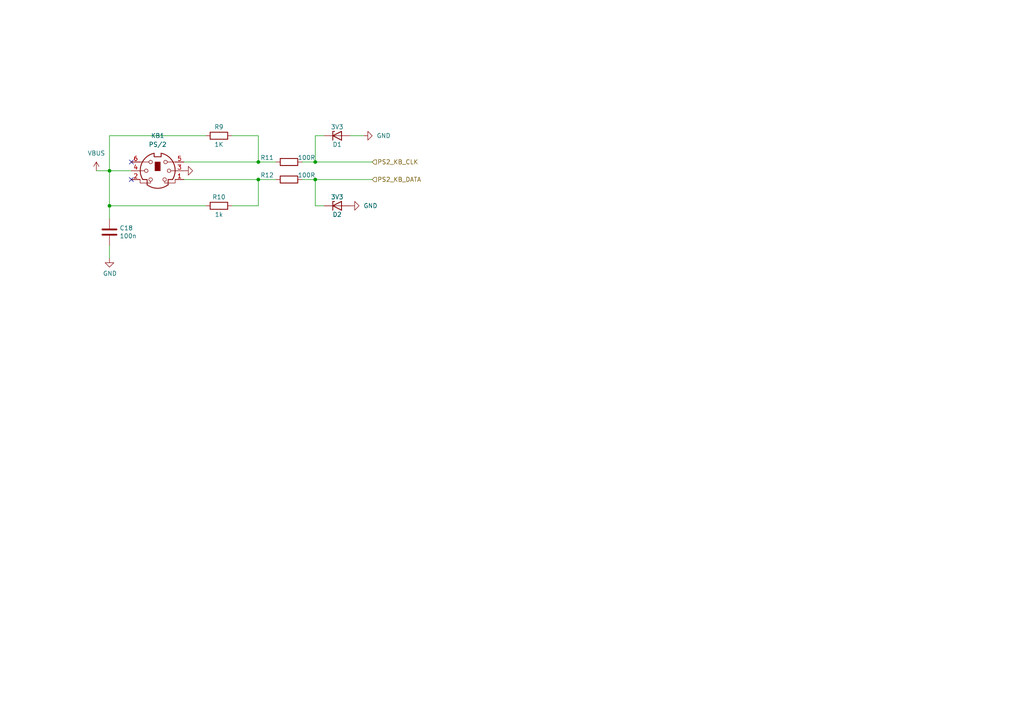
<source format=kicad_sch>
(kicad_sch (version 20231120) (generator "eeschema") (generator_version "8.0")
  (paper "A4")
  (title_block (title "VersaTerm") (date "2025-02-03") (rev "2.01") (company "Mikhail Matveev") (comment 1 "https://github.com/xtremespb/frank"))
  (lib_symbols
    (symbol "Connector:Mini-DIN-6" (pin_names (offset 1.016))
      (property "Reference" "J" (at 0 6.35 0))
      (property "Value" "Mini-DIN-6" (at 0 -6.35 0))
      (symbol "Mini-DIN-6_0_1"
        (circle (center -3.302 0) (radius 0.508))
        (arc (start -3.048 -4.064) (mid 0 -5.08) (end 3.048 -4.064) (stroke (width 0.254)))
        (circle (center -2.032 -2.54) (radius 0.508))
        (circle (center -2.032 2.54) (radius 0.508))
        (arc (start -1.016 5.08) (mid -4.6228 2.1214) (end -4.318 -2.54) (stroke (width 0.254)))
        (rectangle (start -0.762 2.54) (end 0.762 0) (fill (type outline)))
        (polyline (pts (xy -3.81 0) (xy -5.08 0)))
        (polyline (pts (xy -2.54 2.54) (xy -5.08 2.54)))
        (polyline (pts (xy 2.794 2.54) (xy 5.08 2.54)))
        (polyline (pts (xy 5.08 0) (xy 3.81 0)))
        (polyline (pts (xy -4.318 -2.54) (xy -3.048 -2.54) (xy -3.048 -4.064)) (stroke (width 0.254)))
        (polyline (pts (xy 4.318 -2.54) (xy 3.048 -2.54) (xy 3.048 -4.064)) (stroke (width 0.254)))
        (polyline (pts (xy -2.032 -3.048) (xy -2.032 -3.556) (xy -5.08 -3.556) (xy -5.08 -2.54)))
        (polyline (pts (xy -1.016 5.08) (xy -1.016 4.064) (xy 1.016 4.064) (xy 1.016 5.08)) (stroke (width 0.254)))
        (polyline (pts (xy 2.032 -3.048) (xy 2.032 -3.556) (xy 5.08 -3.556) (xy 5.08 -2.54)))
        (circle (center 2.032 -2.54) (radius 0.508))
        (circle (center 2.286 2.54) (radius 0.508))
        (circle (center 3.302 0) (radius 0.508))
        (arc (start 4.318 -2.54) (mid 4.6661 2.1322) (end 1.016 5.08) (stroke (width 0.254)))
      )
      (symbol "Mini-DIN-6_1_1"
        (pin passive line (at 7.62 -2.54 180) (length 2.54) (name "~") (number "1"))
        (pin passive line (at -7.62 -2.54 0) (length 2.54) (name "~") (number "2"))
        (pin passive line (at 7.62 0 180) (length 2.54) (name "~") (number "3"))
        (pin passive line (at -7.62 0 0) (length 2.54) (name "~") (number "4"))
        (pin passive line (at 7.62 2.54 180) (length 2.54) (name "~") (number "5"))
        (pin passive line (at -7.62 2.54 0) (length 2.54) (name "~") (number "6"))
      )
    )
    (symbol "Device:C" (pin_numbers hide) (pin_names (offset 0.254))
      (property "Reference" "C" (at 0.635 2.54 0))
      (property "Value" "C" (at 0.635 -2.54 0))
      (symbol "C_0_1"
        (polyline (pts (xy -2.032 -0.762) (xy 2.032 -0.762)) (stroke (width 0.508)))
        (polyline (pts (xy -2.032 0.762) (xy 2.032 0.762)) (stroke (width 0.508)))
      )
      (symbol "C_1_1"
        (pin passive line (at 0 3.81 270) (length 2.794) (name "~") (number "1"))
        (pin passive line (at 0 -3.81 90) (length 2.794) (name "~") (number "2"))
      )
    )
    (symbol "Device:D_Zener" (pin_numbers hide) (pin_names (offset 1.016) hide)
      (property "Reference" "D" (at 0 2.54 0))
      (property "Value" "D_Zener" (at 0 -2.54 0))
      (symbol "D_Zener_0_1"
        (polyline (pts (xy 1.27 0) (xy -1.27 0)))
        (polyline (pts (xy -1.27 -1.27) (xy -1.27 1.27) (xy -0.762 1.27)) (stroke (width 0.254)))
        (polyline (pts (xy 1.27 -1.27) (xy 1.27 1.27) (xy -1.27 0) (xy 1.27 -1.27)) (stroke (width 0.254)))
      )
      (symbol "D_Zener_1_1"
        (pin passive line (at -3.81 0 0) (length 2.54) (name "K") (number "1"))
        (pin passive line (at 3.81 0 180) (length 2.54) (name "A") (number "2"))
      )
    )
    (symbol "Device:R" (pin_numbers hide) (pin_names (offset 0))
      (property "Reference" "R" (at 2.032 0 90))
      (property "Value" "R" (at 0 0 90))
      (symbol "R_0_1"
        (rectangle (start -1.016 -2.54) (end 1.016 2.54) (stroke (width 0.254)))
      )
      (symbol "R_1_1"
        (pin passive line (at 0 3.81 270) (length 1.27) (name "~") (number "1"))
        (pin passive line (at 0 -3.81 90) (length 1.27) (name "~") (number "2"))
      )
    )
    (symbol "power:GND" (power) (pin_names (offset 0))
      (property "Value" "GND" (at 0 -3.81 0))
      (symbol "GND_0_1"
        (polyline (pts (xy 0 0) (xy 0 -1.27) (xy 1.27 -1.27) (xy 0 -2.54) (xy -1.27 -1.27) (xy 0 -1.27)))
      )
      (symbol "GND_1_1"
        (pin power_in line (at 0 0 270) (length 0) hide (name "GND") (number "1"))
      )
    )
    (symbol "power:VBUS" (power) (pin_numbers hide) (pin_names (offset 0) hide)
      (property "Value" "VBUS" (at 0 3.556 0))
      (symbol "VBUS_0_1"
        (polyline (pts (xy -0.762 1.27) (xy 0 2.54)))
        (polyline (pts (xy 0 0) (xy 0 2.54)))
        (polyline (pts (xy 0 2.54) (xy 0.762 1.27)))
      )
      (symbol "VBUS_1_1"
        (pin power_in line (at 0 0 90) (length 0) (name "~") (number "1"))
      )
    )
  )
  (junction (at 91.44 52.07))
  (junction (at 74.93 46.99))
  (junction (at 31.75 49.53))
  (junction (at 91.44 46.99))
  (junction (at 31.75 59.69))
  (junction (at 74.93 52.07))
  (no_connect (at 38.1 46.99))
  (no_connect (at 38.1 52.07))
  (wire (pts (xy 74.93 52.07) (xy 80.01 52.07)))
  (wire (pts (xy 74.93 46.99) (xy 80.01 46.99)))
  (wire (pts (xy 59.69 59.69) (xy 31.75 59.69)))
  (wire (pts (xy 31.75 59.69) (xy 31.75 63.5)))
  (wire (pts (xy 31.75 39.37) (xy 31.75 49.53)))
  (wire (pts (xy 101.6 39.37) (xy 105.41 39.37)))
  (wire (pts (xy 91.44 52.07) (xy 87.63 52.07)))
  (wire (pts (xy 91.44 59.69) (xy 91.44 52.07)))
  (wire (pts (xy 91.44 52.07) (xy 107.95 52.07)))
  (wire (pts (xy 31.75 59.69) (xy 31.75 49.53)))
  (wire (pts (xy 59.69 39.37) (xy 31.75 39.37)))
  (wire (pts (xy 93.98 59.69) (xy 91.44 59.69)))
  (wire (pts (xy 93.98 39.37) (xy 91.44 39.37)))
  (wire (pts (xy 53.34 52.07) (xy 74.93 52.07)))
  (wire (pts (xy 91.44 46.99) (xy 107.95 46.99)))
  (wire (pts (xy 91.44 39.37) (xy 91.44 46.99)))
  (wire (pts (xy 31.75 49.53) (xy 38.1 49.53)))
  (wire (pts (xy 31.75 49.53) (xy 27.94 49.53)))
  (wire (pts (xy 67.31 59.69) (xy 74.93 59.69)))
  (wire (pts (xy 74.93 39.37) (xy 74.93 46.99)))
  (wire (pts (xy 53.34 46.99) (xy 74.93 46.99)))
  (wire (pts (xy 67.31 39.37) (xy 74.93 39.37)))
  (wire (pts (xy 31.75 71.12) (xy 31.75 74.93)))
  (wire (pts (xy 74.93 52.07) (xy 74.93 59.69)))
  (wire (pts (xy 91.44 46.99) (xy 87.63 46.99)))
  (hierarchical_label "PS2_KB_DATA" (shape input) (at 107.95 52.07 0))
  (hierarchical_label "PS2_KB_CLK" (shape input) (at 107.95 46.99 0))
  (symbol (lib_id "power:GND") (at 101.6 59.69 90) (unit 1)
    (property "Reference" "#PWR030" (effects (hide yes)))
    (property "Value" "GND" (at 105.41 59.6899 90) (effects (justify right)))
  )
  (symbol (lib_id "Device:D_Zener") (at 97.79 59.69 0) (unit 1)
    (property "Reference" "D2" (at 97.79 62.23 0))
    (property "Value" "3V3" (at 97.79 57.15 0))
    (property "Footprint" "FRANK:Diode (SOD-323)" (effects (hide yes)))
  )
  (symbol (lib_id "power:GND") (at 31.75 74.93 0) (unit 1)
    (property "Reference" "#PWR028" (effects (hide yes)))
    (property "Value" "GND" (at 31.877 79.3242 0))
  )
  (symbol (lib_id "Device:R") (at 83.82 52.07 90) (unit 1)
    (property "Reference" "R12" (at 77.47 50.8 90))
    (property "Value" "100R" (at 88.9 50.8 90))
    (property "Footprint" "FRANK:Resistor (0805)" (effects (hide yes)))
  )
  (symbol (lib_id "Device:R") (at 83.82 46.99 90) (unit 1)
    (property "Reference" "R11" (at 77.47 45.72 90))
    (property "Value" "100R" (at 88.9 45.72 90))
    (property "Footprint" "FRANK:Resistor (0805)" (effects (hide yes)))
  )
  (symbol (lib_id "power:GND") (at 105.41 39.37 90) (unit 1)
    (property "Reference" "#PWR031" (effects (hide yes)))
    (property "Value" "GND" (at 109.22 39.3699 90) (effects (justify right)))
  )
  (symbol (lib_id "power:VBUS") (at 27.94 49.53 0) (unit 1)
    (property "Reference" "#PWR0101" (effects (hide yes)))
    (property "Value" "VBUS" (at 27.94 44.45 0))
    (property "Description" "Power symbol creates a global label with name \"VBUS\"" (effects (hide yes)))
  )
  (symbol (lib_id "Device:R") (at 63.5 59.69 90) (unit 1)
    (property "Reference" "R10" (at 63.5 57.15 90))
    (property "Value" "1k" (at 63.5 62.23 90))
    (property "Footprint" "FRANK:Resistor (0805)" (effects (hide yes)))
  )
  (symbol (lib_id "Device:R") (at 63.5 39.37 90) (unit 1)
    (property "Reference" "R9" (at 63.5 36.83 90))
    (property "Value" "1K" (at 63.5 41.91 90))
    (property "Footprint" "FRANK:Resistor (0805)" (effects (hide yes)))
  )
  (symbol (lib_id "Connector:Mini-DIN-6") (at 45.72 49.53 0) (unit 1)
    (property "Reference" "KB1" (at 45.7377 39.37 0))
    (property "Value" "PS/2" (at 45.7377 41.91 0))
    (property "Footprint" "FRANK:MiniDIN (6 Pin, female)" (effects (hide yes)))
    (property "Datasheet" "http://service.powerdynamics.com/ec/Catalog17/Section%2011.pdf" (effects (hide yes)))
  )
  (symbol (lib_id "power:GND") (at 53.34 49.53 90) (unit 1)
    (property "Reference" "#PWR029" (effects (hide yes)))
    (property "Value" "GND" (effects (hide yes)))
  )
  (symbol (lib_id "Device:D_Zener") (at 97.79 39.37 0) (unit 1)
    (property "Reference" "D1" (at 97.79 41.91 0))
    (property "Value" "3V3" (at 97.79 36.83 0))
    (property "Footprint" "FRANK:Diode (SOD-323)" (effects (hide yes)))
  )
  (symbol (lib_id "Device:C") (at 31.75 67.31 0) (unit 1)
    (property "Reference" "C18" (at 34.671 66.1416 0) (effects (justify left)))
    (property "Value" "100n" (at 34.671 68.453 0) (effects (justify left)))
    (property "Footprint" "FRANK:Capacitor (0805)" (effects (hide yes)))
  )
)
</source>
